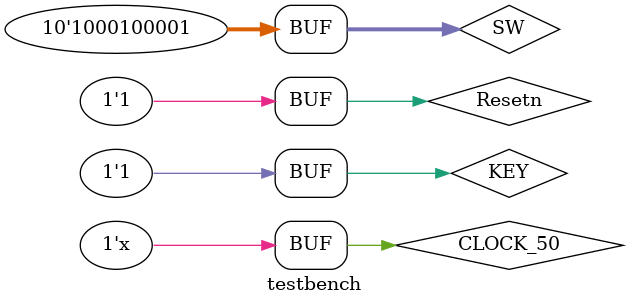
<source format=v>
`timescale 1ns / 1ps

module testbench ( );

	parameter CLOCK_PERIOD = 20;

	reg [9:0] SW;
	wire [0:0] KEY;
	wire [9:0] LEDR;
	wire [6:0] HEX0, HEX1, HEX2, HEX3, HEX4, HEX5;

	reg CLOCK_50;
	initial begin
		CLOCK_50 <= 1'b0;
	end // initial
	always @ (*)
	begin : Clock_Generator
		#((CLOCK_PERIOD) / 2) CLOCK_50 <= ~CLOCK_50;
	end
	
	reg Resetn;
	initial begin
		Resetn <= 1'b0;
		#20 Resetn <= 1'b1;
	end // initial

	initial begin
		SW <= 10'b0;
		#40 SW	<= 10'b1000100001;
	end // initial

	assign KEY[0] = Resetn;
	part8 U1 (KEY, SW, CLOCK_50, HEX5, HEX4, HEX3, HEX2, HEX1, HEX0, LEDR);

endmodule

</source>
